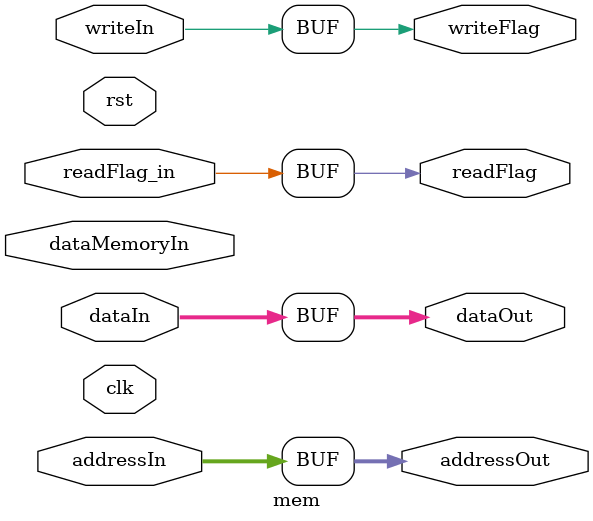
<source format=v>
module mem(
    input clk, 
    input writeIn,
    input rst,  
    input readFlag_in, 
    input [31:0] addressIn,
    input [31:0] dataMemoryIn, 
    input [31:0] dataIn, 
    output wire [31:0] dataOut,
    output wire [31:0] addressOut,
    output writeFlag, 
    output readFlag
); 


    //when we get a response from writeIn, we need to wire our addresses to the instruction_and_data module
    assign readFlag = readFlag_in;
    assign writeFlag = writeIn; 
    assign dataOut = dataIn; 
    assign addressOut = addressIn; 
    

endmodule
</source>
